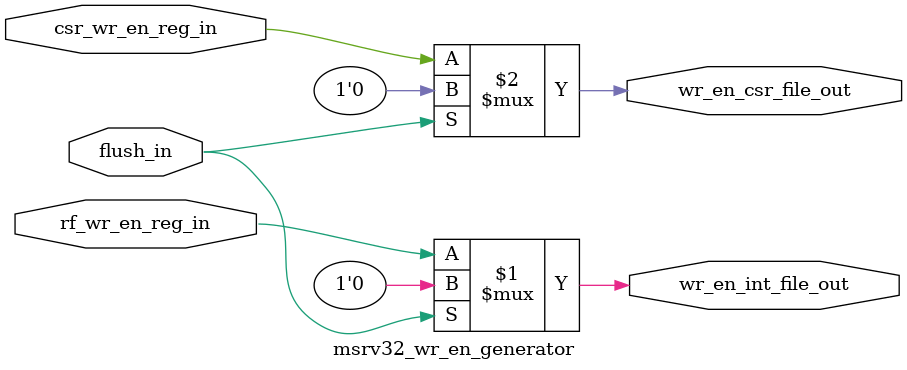
<source format=v>
module msrv32_wr_en_generator (input flush_in,rf_wr_en_reg_in,
                               input csr_wr_en_reg_in,
                               
                               output wr_en_int_file_out,
                               output wr_en_csr_file_out
                               );
assign wr_en_int_file_out = flush_in ? 1'b0 : rf_wr_en_reg_in;
assign wr_en_csr_file_out = flush_in ? 1'b0 : csr_wr_en_reg_in;

endmodule

</source>
